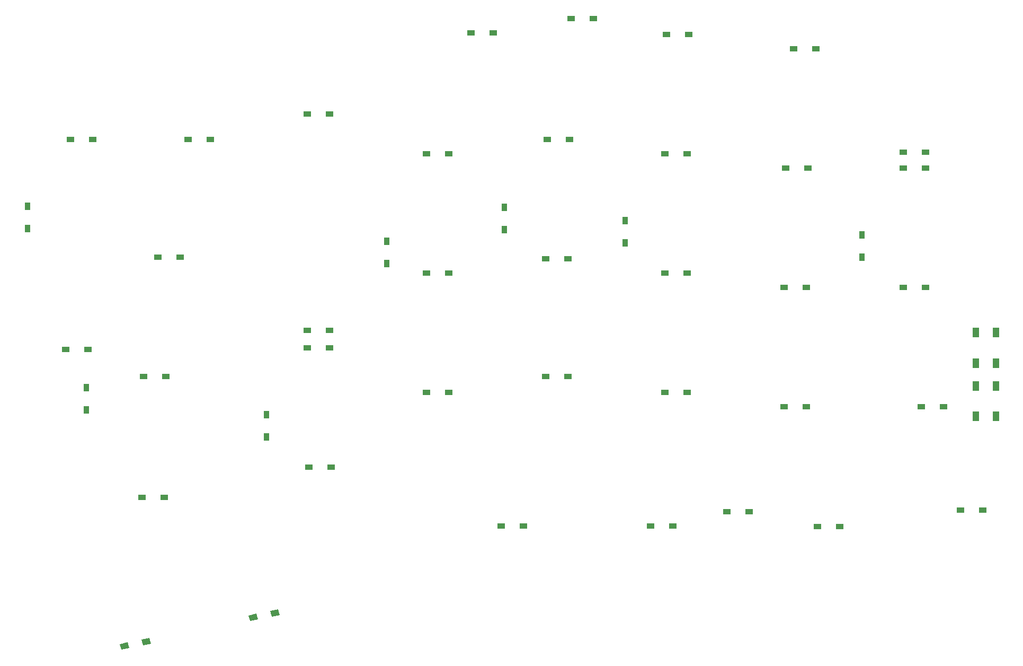
<source format=gtp>
G04 #@! TF.GenerationSoftware,KiCad,Pcbnew,(5.1.5-0-10_14)*
G04 #@! TF.CreationDate,2020-05-14T06:06:27+09:00*
G04 #@! TF.ProjectId,Colice,436f6c69-6365-42e6-9b69-6361645f7063,rev?*
G04 #@! TF.SameCoordinates,Original*
G04 #@! TF.FileFunction,Paste,Top*
G04 #@! TF.FilePolarity,Positive*
%FSLAX46Y46*%
G04 Gerber Fmt 4.6, Leading zero omitted, Abs format (unit mm)*
G04 Created by KiCad (PCBNEW (5.1.5-0-10_14)) date 2020-05-14 06:06:27*
%MOMM*%
%LPD*%
G04 APERTURE LIST*
%ADD10R,1.300000X0.950000*%
%ADD11R,1.000000X1.500000*%
%ADD12R,0.950000X1.300000*%
%ADD13C,0.100000*%
G04 APERTURE END LIST*
D10*
X107699000Y-51054000D03*
X111249000Y-51054000D03*
X166621000Y-129844800D03*
X163071000Y-129844800D03*
D11*
X191592000Y-107405000D03*
X188392000Y-107405000D03*
X191592000Y-112305000D03*
X188392000Y-112305000D03*
X188392000Y-103796000D03*
X191592000Y-103796000D03*
X188392000Y-98896000D03*
X191592000Y-98896000D03*
D10*
X189481000Y-127254000D03*
X185931000Y-127254000D03*
D12*
X132334000Y-84579000D03*
X132334000Y-81029000D03*
D10*
X138941000Y-51308000D03*
X142491000Y-51308000D03*
X138687000Y-70358000D03*
X142237000Y-70358000D03*
X138687000Y-89408000D03*
X142237000Y-89408000D03*
X142237000Y-108458000D03*
X138687000Y-108458000D03*
X152143000Y-127508000D03*
X148593000Y-127508000D03*
D12*
X75057000Y-115567000D03*
X75057000Y-112017000D03*
D10*
X85087000Y-64008000D03*
X81537000Y-64008000D03*
X85087000Y-98552000D03*
X81537000Y-98552000D03*
X85087000Y-101346000D03*
X81537000Y-101346000D03*
X85341000Y-120396000D03*
X81791000Y-120396000D03*
D12*
X36830000Y-82293000D03*
X36830000Y-78743000D03*
D10*
X47241000Y-68072000D03*
X43691000Y-68072000D03*
X104137000Y-89408000D03*
X100587000Y-89408000D03*
X104137000Y-108458000D03*
X100587000Y-108458000D03*
D13*
G36*
X55301174Y-148820720D02*
G01*
X55103658Y-147891479D01*
X56375250Y-147621194D01*
X56572766Y-148550435D01*
X55301174Y-148820720D01*
G37*
G36*
X51828750Y-149558806D02*
G01*
X51631234Y-148629565D01*
X52902826Y-148359280D01*
X53100342Y-149288521D01*
X51828750Y-149558806D01*
G37*
D12*
X94234000Y-87881000D03*
X94234000Y-84331000D03*
D10*
X100587000Y-70358000D03*
X104137000Y-70358000D03*
X119637000Y-105918000D03*
X123187000Y-105918000D03*
X112525000Y-129794000D03*
X116075000Y-129794000D03*
D12*
X113030000Y-82420000D03*
X113030000Y-78870000D03*
D10*
X123701000Y-48768000D03*
X127251000Y-48768000D03*
X119891000Y-68072000D03*
X123441000Y-68072000D03*
X119637000Y-87122000D03*
X123187000Y-87122000D03*
X136401000Y-129794000D03*
X139951000Y-129794000D03*
D12*
X170180000Y-83315000D03*
X170180000Y-86865000D03*
D10*
X176787000Y-70104000D03*
X180337000Y-70104000D03*
X176787000Y-72644000D03*
X180337000Y-72644000D03*
X176787000Y-91694000D03*
X180337000Y-91694000D03*
X179708000Y-110744000D03*
X183258000Y-110744000D03*
X46479000Y-101600000D03*
X42929000Y-101600000D03*
D12*
X46228000Y-111249000D03*
X46228000Y-107699000D03*
D10*
X66037000Y-68072000D03*
X62487000Y-68072000D03*
X61211000Y-86868000D03*
X57661000Y-86868000D03*
X58925000Y-105918000D03*
X55375000Y-105918000D03*
X58671000Y-125222000D03*
X55121000Y-125222000D03*
D13*
G36*
X75875174Y-144248720D02*
G01*
X75677658Y-143319479D01*
X76949250Y-143049194D01*
X77146766Y-143978435D01*
X75875174Y-144248720D01*
G37*
G36*
X72402750Y-144986806D02*
G01*
X72205234Y-144057565D01*
X73476826Y-143787280D01*
X73674342Y-144716521D01*
X72402750Y-144986806D01*
G37*
D10*
X162811000Y-53594000D03*
X159261000Y-53594000D03*
X161541000Y-72644000D03*
X157991000Y-72644000D03*
X161287000Y-91694000D03*
X157737000Y-91694000D03*
X161287000Y-110744000D03*
X157737000Y-110744000D03*
M02*

</source>
